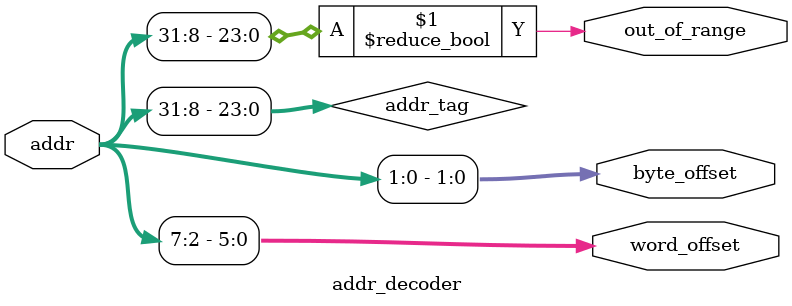
<source format=sv>
module addr_decoder #(
    parameter logic[31:0] BaseAddr = 32'h0000_0000,
    parameter int OffsetWidth = 6
)(
    input logic[31:0] addr,
    output logic[OffsetWidth-1:0] word_offset,
    output logic[1:0] byte_offset,
    output logic out_of_range
);
    localparam int AddressWidth = OffsetWidth + 2;

    // The spec requires addr to be aligned,
    // so we also assume so
    logic[31:AddressWidth] addr_tag;

    assign {addr_tag, word_offset, byte_offset} = addr;
    assign out_of_range = (addr_tag != BaseAddr[31:AddressWidth]);
endmodule

</source>
